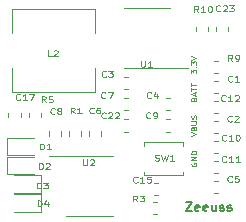
<source format=gbr>
%TF.GenerationSoftware,KiCad,Pcbnew,(5.1.6-0-10_14)*%
%TF.CreationDate,2020-10-30T22:45:03+08:00*%
%TF.ProjectId,Zeeuss,5a656575-7373-42e6-9b69-6361645f7063,rev?*%
%TF.SameCoordinates,Original*%
%TF.FileFunction,Legend,Top*%
%TF.FilePolarity,Positive*%
%FSLAX46Y46*%
G04 Gerber Fmt 4.6, Leading zero omitted, Abs format (unit mm)*
G04 Created by KiCad (PCBNEW (5.1.6-0-10_14)) date 2020-10-30 22:45:03*
%MOMM*%
%LPD*%
G01*
G04 APERTURE LIST*
%ADD10C,0.150000*%
%ADD11C,0.100000*%
%ADD12C,0.120000*%
G04 APERTURE END LIST*
D10*
X115388095Y-116716666D02*
X115921428Y-116716666D01*
X115388095Y-117416666D01*
X115921428Y-117416666D01*
X116530952Y-117383333D02*
X116454761Y-117416666D01*
X116302380Y-117416666D01*
X116226190Y-117383333D01*
X116188095Y-117316666D01*
X116188095Y-117050000D01*
X116226190Y-116983333D01*
X116302380Y-116950000D01*
X116454761Y-116950000D01*
X116530952Y-116983333D01*
X116569047Y-117050000D01*
X116569047Y-117116666D01*
X116188095Y-117183333D01*
X117216666Y-117383333D02*
X117140476Y-117416666D01*
X116988095Y-117416666D01*
X116911904Y-117383333D01*
X116873809Y-117316666D01*
X116873809Y-117050000D01*
X116911904Y-116983333D01*
X116988095Y-116950000D01*
X117140476Y-116950000D01*
X117216666Y-116983333D01*
X117254761Y-117050000D01*
X117254761Y-117116666D01*
X116873809Y-117183333D01*
X117940476Y-116950000D02*
X117940476Y-117416666D01*
X117597619Y-116950000D02*
X117597619Y-117316666D01*
X117635714Y-117383333D01*
X117711904Y-117416666D01*
X117826190Y-117416666D01*
X117902380Y-117383333D01*
X117940476Y-117350000D01*
X118283333Y-117383333D02*
X118359523Y-117416666D01*
X118511904Y-117416666D01*
X118588095Y-117383333D01*
X118626190Y-117316666D01*
X118626190Y-117283333D01*
X118588095Y-117216666D01*
X118511904Y-117183333D01*
X118397619Y-117183333D01*
X118321428Y-117150000D01*
X118283333Y-117083333D01*
X118283333Y-117050000D01*
X118321428Y-116983333D01*
X118397619Y-116950000D01*
X118511904Y-116950000D01*
X118588095Y-116983333D01*
X118930952Y-117383333D02*
X119007142Y-117416666D01*
X119159523Y-117416666D01*
X119235714Y-117383333D01*
X119273809Y-117316666D01*
X119273809Y-117283333D01*
X119235714Y-117216666D01*
X119159523Y-117183333D01*
X119045238Y-117183333D01*
X118969047Y-117150000D01*
X118930952Y-117083333D01*
X118930952Y-117050000D01*
X118969047Y-116983333D01*
X119045238Y-116950000D01*
X119159523Y-116950000D01*
X119235714Y-116983333D01*
D11*
X115900000Y-113380952D02*
X115880952Y-113428571D01*
X115880952Y-113500000D01*
X115900000Y-113571428D01*
X115938095Y-113619047D01*
X115976190Y-113642857D01*
X116052380Y-113666666D01*
X116109523Y-113666666D01*
X116185714Y-113642857D01*
X116223809Y-113619047D01*
X116261904Y-113571428D01*
X116280952Y-113500000D01*
X116280952Y-113452380D01*
X116261904Y-113380952D01*
X116242857Y-113357142D01*
X116109523Y-113357142D01*
X116109523Y-113452380D01*
X116280952Y-113142857D02*
X115880952Y-113142857D01*
X116280952Y-112857142D01*
X115880952Y-112857142D01*
X116280952Y-112619047D02*
X115880952Y-112619047D01*
X115880952Y-112500000D01*
X115900000Y-112428571D01*
X115938095Y-112380952D01*
X115976190Y-112357142D01*
X116052380Y-112333333D01*
X116109523Y-112333333D01*
X116185714Y-112357142D01*
X116223809Y-112380952D01*
X116261904Y-112428571D01*
X116280952Y-112500000D01*
X116280952Y-112619047D01*
X115880952Y-111116666D02*
X116280952Y-110950000D01*
X115880952Y-110783333D01*
X116071428Y-110450000D02*
X116090476Y-110378571D01*
X116109523Y-110354761D01*
X116147619Y-110330952D01*
X116204761Y-110330952D01*
X116242857Y-110354761D01*
X116261904Y-110378571D01*
X116280952Y-110426190D01*
X116280952Y-110616666D01*
X115880952Y-110616666D01*
X115880952Y-110450000D01*
X115900000Y-110402380D01*
X115919047Y-110378571D01*
X115957142Y-110354761D01*
X115995238Y-110354761D01*
X116033333Y-110378571D01*
X116052380Y-110402380D01*
X116071428Y-110450000D01*
X116071428Y-110616666D01*
X115880952Y-110116666D02*
X116204761Y-110116666D01*
X116242857Y-110092857D01*
X116261904Y-110069047D01*
X116280952Y-110021428D01*
X116280952Y-109926190D01*
X116261904Y-109878571D01*
X116242857Y-109854761D01*
X116204761Y-109830952D01*
X115880952Y-109830952D01*
X116261904Y-109616666D02*
X116280952Y-109545238D01*
X116280952Y-109426190D01*
X116261904Y-109378571D01*
X116242857Y-109354761D01*
X116204761Y-109330952D01*
X116166666Y-109330952D01*
X116128571Y-109354761D01*
X116109523Y-109378571D01*
X116090476Y-109426190D01*
X116071428Y-109521428D01*
X116052380Y-109569047D01*
X116033333Y-109592857D01*
X115995238Y-109616666D01*
X115957142Y-109616666D01*
X115919047Y-109592857D01*
X115900000Y-109569047D01*
X115880952Y-109521428D01*
X115880952Y-109402380D01*
X115900000Y-109330952D01*
X116071428Y-107959523D02*
X116090476Y-107888095D01*
X116109523Y-107864285D01*
X116147619Y-107840476D01*
X116204761Y-107840476D01*
X116242857Y-107864285D01*
X116261904Y-107888095D01*
X116280952Y-107935714D01*
X116280952Y-108126190D01*
X115880952Y-108126190D01*
X115880952Y-107959523D01*
X115900000Y-107911904D01*
X115919047Y-107888095D01*
X115957142Y-107864285D01*
X115995238Y-107864285D01*
X116033333Y-107888095D01*
X116052380Y-107911904D01*
X116071428Y-107959523D01*
X116071428Y-108126190D01*
X116166666Y-107650000D02*
X116166666Y-107411904D01*
X116280952Y-107697619D02*
X115880952Y-107530952D01*
X116280952Y-107364285D01*
X115880952Y-107269047D02*
X115880952Y-106983333D01*
X116280952Y-107126190D02*
X115880952Y-107126190D01*
X115880952Y-106888095D02*
X115880952Y-106602380D01*
X116280952Y-106745238D02*
X115880952Y-106745238D01*
X115880952Y-105788095D02*
X115880952Y-105478571D01*
X116033333Y-105645238D01*
X116033333Y-105573809D01*
X116052380Y-105526190D01*
X116071428Y-105502380D01*
X116109523Y-105478571D01*
X116204761Y-105478571D01*
X116242857Y-105502380D01*
X116261904Y-105526190D01*
X116280952Y-105573809D01*
X116280952Y-105716666D01*
X116261904Y-105764285D01*
X116242857Y-105788095D01*
X116242857Y-105264285D02*
X116261904Y-105240476D01*
X116280952Y-105264285D01*
X116261904Y-105288095D01*
X116242857Y-105264285D01*
X116280952Y-105264285D01*
X115880952Y-105073809D02*
X115880952Y-104764285D01*
X116033333Y-104930952D01*
X116033333Y-104859523D01*
X116052380Y-104811904D01*
X116071428Y-104788095D01*
X116109523Y-104764285D01*
X116204761Y-104764285D01*
X116242857Y-104788095D01*
X116261904Y-104811904D01*
X116280952Y-104859523D01*
X116280952Y-105002380D01*
X116261904Y-105050000D01*
X116242857Y-105073809D01*
X115880952Y-104621428D02*
X116280952Y-104454761D01*
X115880952Y-104288095D01*
D12*
%TO.C,C12*%
X117753733Y-109143332D02*
X118096267Y-109143332D01*
X117753733Y-108123332D02*
X118096267Y-108123332D01*
%TO.C,C11*%
X117753733Y-114218330D02*
X118096267Y-114218330D01*
X117753733Y-113198330D02*
X118096267Y-113198330D01*
%TO.C,C10*%
X117753733Y-112526664D02*
X118096267Y-112526664D01*
X117753733Y-111506664D02*
X118096267Y-111506664D01*
%TO.C,C5*%
X117753733Y-115910000D02*
X118096267Y-115910000D01*
X117753733Y-114890000D02*
X118096267Y-114890000D01*
%TO.C,C2*%
X117753733Y-110834998D02*
X118096267Y-110834998D01*
X117753733Y-109814998D02*
X118096267Y-109814998D01*
%TO.C,C1*%
X117753733Y-107451666D02*
X118096267Y-107451666D01*
X117753733Y-106431666D02*
X118096267Y-106431666D01*
%TO.C,U2*%
X107250000Y-112740000D02*
X103800000Y-112740000D01*
X107250000Y-112740000D02*
X109200000Y-112740000D01*
X107250000Y-117860000D02*
X105300000Y-117860000D01*
X107250000Y-117860000D02*
X109200000Y-117860000D01*
%TO.C,U1*%
X112100000Y-105360000D02*
X115550000Y-105360000D01*
X112100000Y-105360000D02*
X110150000Y-105360000D01*
X112100000Y-100240000D02*
X114050000Y-100240000D01*
X112100000Y-100240000D02*
X110150000Y-100240000D01*
%TO.C,SW1*%
X111900000Y-114400000D02*
X111900000Y-114100000D01*
X115200000Y-114400000D02*
X111900000Y-114400000D01*
X115200000Y-114100000D02*
X115200000Y-114400000D01*
X111900000Y-111600000D02*
X111900000Y-111900000D01*
X115200000Y-111600000D02*
X111900000Y-111600000D01*
X115200000Y-111900000D02*
X115200000Y-111600000D01*
%TO.C,R10*%
X116240000Y-101878733D02*
X116240000Y-102221267D01*
X117260000Y-101878733D02*
X117260000Y-102221267D01*
%TO.C,R9*%
X117753733Y-105760000D02*
X118096267Y-105760000D01*
X117753733Y-104740000D02*
X118096267Y-104740000D01*
%TO.C,R5*%
X102090000Y-109178733D02*
X102090000Y-109521267D01*
X103110000Y-109178733D02*
X103110000Y-109521267D01*
%TO.C,R3*%
X112653733Y-117710000D02*
X112996267Y-117710000D01*
X112653733Y-116690000D02*
X112996267Y-116690000D01*
%TO.C,R1*%
X106510000Y-111046267D02*
X106510000Y-110703733D01*
X105490000Y-111046267D02*
X105490000Y-110703733D01*
%TO.C,L2*%
X100650000Y-107400000D02*
X100650000Y-105350000D01*
X107750000Y-107400000D02*
X100650000Y-107400000D01*
X107750000Y-105350000D02*
X107750000Y-107400000D01*
X100650000Y-100300000D02*
X100650000Y-102350000D01*
X107750000Y-100300000D02*
X100650000Y-100300000D01*
X107750000Y-102350000D02*
X107750000Y-100300000D01*
%TO.C,D4*%
X103157500Y-116014999D02*
X100872500Y-116014999D01*
X103157500Y-117484999D02*
X103157500Y-116014999D01*
X100872500Y-117484999D02*
X103157500Y-117484999D01*
%TO.C,D3*%
X103157500Y-114431666D02*
X100872500Y-114431666D01*
X103157500Y-115901666D02*
X103157500Y-114431666D01*
X100872500Y-115901666D02*
X103157500Y-115901666D01*
%TO.C,D2*%
X100227500Y-114318333D02*
X102512500Y-114318333D01*
X100227500Y-112848333D02*
X100227500Y-114318333D01*
X102512500Y-112848333D02*
X100227500Y-112848333D01*
%TO.C,D1*%
X100227500Y-112735000D02*
X102512500Y-112735000D01*
X100227500Y-111265000D02*
X100227500Y-112735000D01*
X102512500Y-111265000D02*
X100227500Y-111265000D01*
%TO.C,C23*%
X117990000Y-101878733D02*
X117990000Y-102221267D01*
X119010000Y-101878733D02*
X119010000Y-102221267D01*
%TO.C,C22*%
X110546267Y-109690000D02*
X110203733Y-109690000D01*
X110546267Y-110710000D02*
X110203733Y-110710000D01*
%TO.C,C17*%
X100390000Y-109153733D02*
X100390000Y-109496267D01*
X101410000Y-109153733D02*
X101410000Y-109496267D01*
%TO.C,C15*%
X112678733Y-116060000D02*
X113021267Y-116060000D01*
X112678733Y-115040000D02*
X113021267Y-115040000D01*
%TO.C,C9*%
X113703733Y-110710000D02*
X114046267Y-110710000D01*
X113703733Y-109690000D02*
X114046267Y-109690000D01*
%TO.C,C8*%
X104810000Y-111046267D02*
X104810000Y-110703733D01*
X103790000Y-111046267D02*
X103790000Y-110703733D01*
%TO.C,C7*%
X110546267Y-107902500D02*
X110203733Y-107902500D01*
X110546267Y-108922500D02*
X110203733Y-108922500D01*
%TO.C,C6*%
X107190000Y-110703733D02*
X107190000Y-111046267D01*
X108210000Y-110703733D02*
X108210000Y-111046267D01*
%TO.C,C4*%
X113703733Y-108922500D02*
X114046267Y-108922500D01*
X113703733Y-107902500D02*
X114046267Y-107902500D01*
%TO.C,C3*%
X110546267Y-106115000D02*
X110203733Y-106115000D01*
X110546267Y-107135000D02*
X110203733Y-107135000D01*
%TO.C,C12*%
D11*
X118764285Y-108078571D02*
X118735714Y-108102380D01*
X118650000Y-108126190D01*
X118592857Y-108126190D01*
X118507142Y-108102380D01*
X118450000Y-108054761D01*
X118421428Y-108007142D01*
X118392857Y-107911904D01*
X118392857Y-107840476D01*
X118421428Y-107745238D01*
X118450000Y-107697619D01*
X118507142Y-107650000D01*
X118592857Y-107626190D01*
X118650000Y-107626190D01*
X118735714Y-107650000D01*
X118764285Y-107673809D01*
X119335714Y-108126190D02*
X118992857Y-108126190D01*
X119164285Y-108126190D02*
X119164285Y-107626190D01*
X119107142Y-107697619D01*
X119050000Y-107745238D01*
X118992857Y-107769047D01*
X119564285Y-107673809D02*
X119592857Y-107650000D01*
X119650000Y-107626190D01*
X119792857Y-107626190D01*
X119850000Y-107650000D01*
X119878571Y-107673809D01*
X119907142Y-107721428D01*
X119907142Y-107769047D01*
X119878571Y-107840476D01*
X119535714Y-108126190D01*
X119907142Y-108126190D01*
%TO.C,C11*%
X118814285Y-113228571D02*
X118785714Y-113252380D01*
X118700000Y-113276190D01*
X118642857Y-113276190D01*
X118557142Y-113252380D01*
X118500000Y-113204761D01*
X118471428Y-113157142D01*
X118442857Y-113061904D01*
X118442857Y-112990476D01*
X118471428Y-112895238D01*
X118500000Y-112847619D01*
X118557142Y-112800000D01*
X118642857Y-112776190D01*
X118700000Y-112776190D01*
X118785714Y-112800000D01*
X118814285Y-112823809D01*
X119385714Y-113276190D02*
X119042857Y-113276190D01*
X119214285Y-113276190D02*
X119214285Y-112776190D01*
X119157142Y-112847619D01*
X119100000Y-112895238D01*
X119042857Y-112919047D01*
X119957142Y-113276190D02*
X119614285Y-113276190D01*
X119785714Y-113276190D02*
X119785714Y-112776190D01*
X119728571Y-112847619D01*
X119671428Y-112895238D01*
X119614285Y-112919047D01*
%TO.C,C10*%
X118814285Y-111428571D02*
X118785714Y-111452380D01*
X118700000Y-111476190D01*
X118642857Y-111476190D01*
X118557142Y-111452380D01*
X118500000Y-111404761D01*
X118471428Y-111357142D01*
X118442857Y-111261904D01*
X118442857Y-111190476D01*
X118471428Y-111095238D01*
X118500000Y-111047619D01*
X118557142Y-111000000D01*
X118642857Y-110976190D01*
X118700000Y-110976190D01*
X118785714Y-111000000D01*
X118814285Y-111023809D01*
X119385714Y-111476190D02*
X119042857Y-111476190D01*
X119214285Y-111476190D02*
X119214285Y-110976190D01*
X119157142Y-111047619D01*
X119100000Y-111095238D01*
X119042857Y-111119047D01*
X119757142Y-110976190D02*
X119814285Y-110976190D01*
X119871428Y-111000000D01*
X119900000Y-111023809D01*
X119928571Y-111071428D01*
X119957142Y-111166666D01*
X119957142Y-111285714D01*
X119928571Y-111380952D01*
X119900000Y-111428571D01*
X119871428Y-111452380D01*
X119814285Y-111476190D01*
X119757142Y-111476190D01*
X119700000Y-111452380D01*
X119671428Y-111428571D01*
X119642857Y-111380952D01*
X119614285Y-111285714D01*
X119614285Y-111166666D01*
X119642857Y-111071428D01*
X119671428Y-111023809D01*
X119700000Y-111000000D01*
X119757142Y-110976190D01*
%TO.C,C5*%
X119300000Y-114928571D02*
X119271428Y-114952380D01*
X119185714Y-114976190D01*
X119128571Y-114976190D01*
X119042857Y-114952380D01*
X118985714Y-114904761D01*
X118957142Y-114857142D01*
X118928571Y-114761904D01*
X118928571Y-114690476D01*
X118957142Y-114595238D01*
X118985714Y-114547619D01*
X119042857Y-114500000D01*
X119128571Y-114476190D01*
X119185714Y-114476190D01*
X119271428Y-114500000D01*
X119300000Y-114523809D01*
X119842857Y-114476190D02*
X119557142Y-114476190D01*
X119528571Y-114714285D01*
X119557142Y-114690476D01*
X119614285Y-114666666D01*
X119757142Y-114666666D01*
X119814285Y-114690476D01*
X119842857Y-114714285D01*
X119871428Y-114761904D01*
X119871428Y-114880952D01*
X119842857Y-114928571D01*
X119814285Y-114952380D01*
X119757142Y-114976190D01*
X119614285Y-114976190D01*
X119557142Y-114952380D01*
X119528571Y-114928571D01*
%TO.C,C2*%
X119300000Y-109828571D02*
X119271428Y-109852380D01*
X119185714Y-109876190D01*
X119128571Y-109876190D01*
X119042857Y-109852380D01*
X118985714Y-109804761D01*
X118957142Y-109757142D01*
X118928571Y-109661904D01*
X118928571Y-109590476D01*
X118957142Y-109495238D01*
X118985714Y-109447619D01*
X119042857Y-109400000D01*
X119128571Y-109376190D01*
X119185714Y-109376190D01*
X119271428Y-109400000D01*
X119300000Y-109423809D01*
X119528571Y-109423809D02*
X119557142Y-109400000D01*
X119614285Y-109376190D01*
X119757142Y-109376190D01*
X119814285Y-109400000D01*
X119842857Y-109423809D01*
X119871428Y-109471428D01*
X119871428Y-109519047D01*
X119842857Y-109590476D01*
X119500000Y-109876190D01*
X119871428Y-109876190D01*
%TO.C,C1*%
X119350000Y-106428571D02*
X119321428Y-106452380D01*
X119235714Y-106476190D01*
X119178571Y-106476190D01*
X119092857Y-106452380D01*
X119035714Y-106404761D01*
X119007142Y-106357142D01*
X118978571Y-106261904D01*
X118978571Y-106190476D01*
X119007142Y-106095238D01*
X119035714Y-106047619D01*
X119092857Y-106000000D01*
X119178571Y-105976190D01*
X119235714Y-105976190D01*
X119321428Y-106000000D01*
X119350000Y-106023809D01*
X119921428Y-106476190D02*
X119578571Y-106476190D01*
X119750000Y-106476190D02*
X119750000Y-105976190D01*
X119692857Y-106047619D01*
X119635714Y-106095238D01*
X119578571Y-106119047D01*
%TO.C,U2*%
X106692857Y-113076190D02*
X106692857Y-113480952D01*
X106721428Y-113528571D01*
X106750000Y-113552380D01*
X106807142Y-113576190D01*
X106921428Y-113576190D01*
X106978571Y-113552380D01*
X107007142Y-113528571D01*
X107035714Y-113480952D01*
X107035714Y-113076190D01*
X107292857Y-113123809D02*
X107321428Y-113100000D01*
X107378571Y-113076190D01*
X107521428Y-113076190D01*
X107578571Y-113100000D01*
X107607142Y-113123809D01*
X107635714Y-113171428D01*
X107635714Y-113219047D01*
X107607142Y-113290476D01*
X107264285Y-113576190D01*
X107635714Y-113576190D01*
%TO.C,U1*%
X111592857Y-104726190D02*
X111592857Y-105130952D01*
X111621428Y-105178571D01*
X111650000Y-105202380D01*
X111707142Y-105226190D01*
X111821428Y-105226190D01*
X111878571Y-105202380D01*
X111907142Y-105178571D01*
X111935714Y-105130952D01*
X111935714Y-104726190D01*
X112535714Y-105226190D02*
X112192857Y-105226190D01*
X112364285Y-105226190D02*
X112364285Y-104726190D01*
X112307142Y-104797619D01*
X112250000Y-104845238D01*
X112192857Y-104869047D01*
%TO.C,SW1*%
X112800000Y-113152380D02*
X112885714Y-113176190D01*
X113028571Y-113176190D01*
X113085714Y-113152380D01*
X113114285Y-113128571D01*
X113142857Y-113080952D01*
X113142857Y-113033333D01*
X113114285Y-112985714D01*
X113085714Y-112961904D01*
X113028571Y-112938095D01*
X112914285Y-112914285D01*
X112857142Y-112890476D01*
X112828571Y-112866666D01*
X112800000Y-112819047D01*
X112800000Y-112771428D01*
X112828571Y-112723809D01*
X112857142Y-112700000D01*
X112914285Y-112676190D01*
X113057142Y-112676190D01*
X113142857Y-112700000D01*
X113342857Y-112676190D02*
X113485714Y-113176190D01*
X113600000Y-112819047D01*
X113714285Y-113176190D01*
X113857142Y-112676190D01*
X114400000Y-113176190D02*
X114057142Y-113176190D01*
X114228571Y-113176190D02*
X114228571Y-112676190D01*
X114171428Y-112747619D01*
X114114285Y-112795238D01*
X114057142Y-112819047D01*
%TO.C,R10*%
X116464285Y-100576190D02*
X116264285Y-100338095D01*
X116121428Y-100576190D02*
X116121428Y-100076190D01*
X116350000Y-100076190D01*
X116407142Y-100100000D01*
X116435714Y-100123809D01*
X116464285Y-100171428D01*
X116464285Y-100242857D01*
X116435714Y-100290476D01*
X116407142Y-100314285D01*
X116350000Y-100338095D01*
X116121428Y-100338095D01*
X117035714Y-100576190D02*
X116692857Y-100576190D01*
X116864285Y-100576190D02*
X116864285Y-100076190D01*
X116807142Y-100147619D01*
X116750000Y-100195238D01*
X116692857Y-100219047D01*
X117407142Y-100076190D02*
X117464285Y-100076190D01*
X117521428Y-100100000D01*
X117550000Y-100123809D01*
X117578571Y-100171428D01*
X117607142Y-100266666D01*
X117607142Y-100385714D01*
X117578571Y-100480952D01*
X117550000Y-100528571D01*
X117521428Y-100552380D01*
X117464285Y-100576190D01*
X117407142Y-100576190D01*
X117350000Y-100552380D01*
X117321428Y-100528571D01*
X117292857Y-100480952D01*
X117264285Y-100385714D01*
X117264285Y-100266666D01*
X117292857Y-100171428D01*
X117321428Y-100123809D01*
X117350000Y-100100000D01*
X117407142Y-100076190D01*
%TO.C,R9*%
X119350000Y-104726190D02*
X119150000Y-104488095D01*
X119007142Y-104726190D02*
X119007142Y-104226190D01*
X119235714Y-104226190D01*
X119292857Y-104250000D01*
X119321428Y-104273809D01*
X119350000Y-104321428D01*
X119350000Y-104392857D01*
X119321428Y-104440476D01*
X119292857Y-104464285D01*
X119235714Y-104488095D01*
X119007142Y-104488095D01*
X119635714Y-104726190D02*
X119750000Y-104726190D01*
X119807142Y-104702380D01*
X119835714Y-104678571D01*
X119892857Y-104607142D01*
X119921428Y-104511904D01*
X119921428Y-104321428D01*
X119892857Y-104273809D01*
X119864285Y-104250000D01*
X119807142Y-104226190D01*
X119692857Y-104226190D01*
X119635714Y-104250000D01*
X119607142Y-104273809D01*
X119578571Y-104321428D01*
X119578571Y-104440476D01*
X119607142Y-104488095D01*
X119635714Y-104511904D01*
X119692857Y-104535714D01*
X119807142Y-104535714D01*
X119864285Y-104511904D01*
X119892857Y-104488095D01*
X119921428Y-104440476D01*
%TO.C,R5*%
X103550000Y-108226190D02*
X103350000Y-107988095D01*
X103207142Y-108226190D02*
X103207142Y-107726190D01*
X103435714Y-107726190D01*
X103492857Y-107750000D01*
X103521428Y-107773809D01*
X103550000Y-107821428D01*
X103550000Y-107892857D01*
X103521428Y-107940476D01*
X103492857Y-107964285D01*
X103435714Y-107988095D01*
X103207142Y-107988095D01*
X104092857Y-107726190D02*
X103807142Y-107726190D01*
X103778571Y-107964285D01*
X103807142Y-107940476D01*
X103864285Y-107916666D01*
X104007142Y-107916666D01*
X104064285Y-107940476D01*
X104092857Y-107964285D01*
X104121428Y-108011904D01*
X104121428Y-108130952D01*
X104092857Y-108178571D01*
X104064285Y-108202380D01*
X104007142Y-108226190D01*
X103864285Y-108226190D01*
X103807142Y-108202380D01*
X103778571Y-108178571D01*
%TO.C,R3*%
X111300000Y-116626190D02*
X111100000Y-116388095D01*
X110957142Y-116626190D02*
X110957142Y-116126190D01*
X111185714Y-116126190D01*
X111242857Y-116150000D01*
X111271428Y-116173809D01*
X111300000Y-116221428D01*
X111300000Y-116292857D01*
X111271428Y-116340476D01*
X111242857Y-116364285D01*
X111185714Y-116388095D01*
X110957142Y-116388095D01*
X111500000Y-116126190D02*
X111871428Y-116126190D01*
X111671428Y-116316666D01*
X111757142Y-116316666D01*
X111814285Y-116340476D01*
X111842857Y-116364285D01*
X111871428Y-116411904D01*
X111871428Y-116530952D01*
X111842857Y-116578571D01*
X111814285Y-116602380D01*
X111757142Y-116626190D01*
X111585714Y-116626190D01*
X111528571Y-116602380D01*
X111500000Y-116578571D01*
%TO.C,R1*%
X106000000Y-109176190D02*
X105800000Y-108938095D01*
X105657142Y-109176190D02*
X105657142Y-108676190D01*
X105885714Y-108676190D01*
X105942857Y-108700000D01*
X105971428Y-108723809D01*
X106000000Y-108771428D01*
X106000000Y-108842857D01*
X105971428Y-108890476D01*
X105942857Y-108914285D01*
X105885714Y-108938095D01*
X105657142Y-108938095D01*
X106571428Y-109176190D02*
X106228571Y-109176190D01*
X106400000Y-109176190D02*
X106400000Y-108676190D01*
X106342857Y-108747619D01*
X106285714Y-108795238D01*
X106228571Y-108819047D01*
%TO.C,L2*%
X104050000Y-104326190D02*
X103764285Y-104326190D01*
X103764285Y-103826190D01*
X104221428Y-103873809D02*
X104250000Y-103850000D01*
X104307142Y-103826190D01*
X104450000Y-103826190D01*
X104507142Y-103850000D01*
X104535714Y-103873809D01*
X104564285Y-103921428D01*
X104564285Y-103969047D01*
X104535714Y-104040476D01*
X104192857Y-104326190D01*
X104564285Y-104326190D01*
%TO.C,D4*%
X102857142Y-117026190D02*
X102857142Y-116526190D01*
X103000000Y-116526190D01*
X103085714Y-116550000D01*
X103142857Y-116597619D01*
X103171428Y-116645238D01*
X103200000Y-116740476D01*
X103200000Y-116811904D01*
X103171428Y-116907142D01*
X103142857Y-116954761D01*
X103085714Y-117002380D01*
X103000000Y-117026190D01*
X102857142Y-117026190D01*
X103714285Y-116692857D02*
X103714285Y-117026190D01*
X103571428Y-116502380D02*
X103428571Y-116859523D01*
X103800000Y-116859523D01*
%TO.C,D3*%
X102807142Y-115526190D02*
X102807142Y-115026190D01*
X102950000Y-115026190D01*
X103035714Y-115050000D01*
X103092857Y-115097619D01*
X103121428Y-115145238D01*
X103150000Y-115240476D01*
X103150000Y-115311904D01*
X103121428Y-115407142D01*
X103092857Y-115454761D01*
X103035714Y-115502380D01*
X102950000Y-115526190D01*
X102807142Y-115526190D01*
X103350000Y-115026190D02*
X103721428Y-115026190D01*
X103521428Y-115216666D01*
X103607142Y-115216666D01*
X103664285Y-115240476D01*
X103692857Y-115264285D01*
X103721428Y-115311904D01*
X103721428Y-115430952D01*
X103692857Y-115478571D01*
X103664285Y-115502380D01*
X103607142Y-115526190D01*
X103435714Y-115526190D01*
X103378571Y-115502380D01*
X103350000Y-115478571D01*
%TO.C,D2*%
X102957142Y-113876190D02*
X102957142Y-113376190D01*
X103100000Y-113376190D01*
X103185714Y-113400000D01*
X103242857Y-113447619D01*
X103271428Y-113495238D01*
X103300000Y-113590476D01*
X103300000Y-113661904D01*
X103271428Y-113757142D01*
X103242857Y-113804761D01*
X103185714Y-113852380D01*
X103100000Y-113876190D01*
X102957142Y-113876190D01*
X103528571Y-113423809D02*
X103557142Y-113400000D01*
X103614285Y-113376190D01*
X103757142Y-113376190D01*
X103814285Y-113400000D01*
X103842857Y-113423809D01*
X103871428Y-113471428D01*
X103871428Y-113519047D01*
X103842857Y-113590476D01*
X103500000Y-113876190D01*
X103871428Y-113876190D01*
%TO.C,D1*%
X103057142Y-112226190D02*
X103057142Y-111726190D01*
X103200000Y-111726190D01*
X103285714Y-111750000D01*
X103342857Y-111797619D01*
X103371428Y-111845238D01*
X103400000Y-111940476D01*
X103400000Y-112011904D01*
X103371428Y-112107142D01*
X103342857Y-112154761D01*
X103285714Y-112202380D01*
X103200000Y-112226190D01*
X103057142Y-112226190D01*
X103971428Y-112226190D02*
X103628571Y-112226190D01*
X103800000Y-112226190D02*
X103800000Y-111726190D01*
X103742857Y-111797619D01*
X103685714Y-111845238D01*
X103628571Y-111869047D01*
%TO.C,C23*%
X118314285Y-100478571D02*
X118285714Y-100502380D01*
X118200000Y-100526190D01*
X118142857Y-100526190D01*
X118057142Y-100502380D01*
X118000000Y-100454761D01*
X117971428Y-100407142D01*
X117942857Y-100311904D01*
X117942857Y-100240476D01*
X117971428Y-100145238D01*
X118000000Y-100097619D01*
X118057142Y-100050000D01*
X118142857Y-100026190D01*
X118200000Y-100026190D01*
X118285714Y-100050000D01*
X118314285Y-100073809D01*
X118542857Y-100073809D02*
X118571428Y-100050000D01*
X118628571Y-100026190D01*
X118771428Y-100026190D01*
X118828571Y-100050000D01*
X118857142Y-100073809D01*
X118885714Y-100121428D01*
X118885714Y-100169047D01*
X118857142Y-100240476D01*
X118514285Y-100526190D01*
X118885714Y-100526190D01*
X119085714Y-100026190D02*
X119457142Y-100026190D01*
X119257142Y-100216666D01*
X119342857Y-100216666D01*
X119400000Y-100240476D01*
X119428571Y-100264285D01*
X119457142Y-100311904D01*
X119457142Y-100430952D01*
X119428571Y-100478571D01*
X119400000Y-100502380D01*
X119342857Y-100526190D01*
X119171428Y-100526190D01*
X119114285Y-100502380D01*
X119085714Y-100478571D01*
%TO.C,C22*%
X108614285Y-109528571D02*
X108585714Y-109552380D01*
X108500000Y-109576190D01*
X108442857Y-109576190D01*
X108357142Y-109552380D01*
X108300000Y-109504761D01*
X108271428Y-109457142D01*
X108242857Y-109361904D01*
X108242857Y-109290476D01*
X108271428Y-109195238D01*
X108300000Y-109147619D01*
X108357142Y-109100000D01*
X108442857Y-109076190D01*
X108500000Y-109076190D01*
X108585714Y-109100000D01*
X108614285Y-109123809D01*
X108842857Y-109123809D02*
X108871428Y-109100000D01*
X108928571Y-109076190D01*
X109071428Y-109076190D01*
X109128571Y-109100000D01*
X109157142Y-109123809D01*
X109185714Y-109171428D01*
X109185714Y-109219047D01*
X109157142Y-109290476D01*
X108814285Y-109576190D01*
X109185714Y-109576190D01*
X109414285Y-109123809D02*
X109442857Y-109100000D01*
X109500000Y-109076190D01*
X109642857Y-109076190D01*
X109700000Y-109100000D01*
X109728571Y-109123809D01*
X109757142Y-109171428D01*
X109757142Y-109219047D01*
X109728571Y-109290476D01*
X109385714Y-109576190D01*
X109757142Y-109576190D01*
%TO.C,C17*%
X101364285Y-107978571D02*
X101335714Y-108002380D01*
X101250000Y-108026190D01*
X101192857Y-108026190D01*
X101107142Y-108002380D01*
X101050000Y-107954761D01*
X101021428Y-107907142D01*
X100992857Y-107811904D01*
X100992857Y-107740476D01*
X101021428Y-107645238D01*
X101050000Y-107597619D01*
X101107142Y-107550000D01*
X101192857Y-107526190D01*
X101250000Y-107526190D01*
X101335714Y-107550000D01*
X101364285Y-107573809D01*
X101935714Y-108026190D02*
X101592857Y-108026190D01*
X101764285Y-108026190D02*
X101764285Y-107526190D01*
X101707142Y-107597619D01*
X101650000Y-107645238D01*
X101592857Y-107669047D01*
X102135714Y-107526190D02*
X102535714Y-107526190D01*
X102278571Y-108026190D01*
%TO.C,C15*%
X111314285Y-114978571D02*
X111285714Y-115002380D01*
X111200000Y-115026190D01*
X111142857Y-115026190D01*
X111057142Y-115002380D01*
X111000000Y-114954761D01*
X110971428Y-114907142D01*
X110942857Y-114811904D01*
X110942857Y-114740476D01*
X110971428Y-114645238D01*
X111000000Y-114597619D01*
X111057142Y-114550000D01*
X111142857Y-114526190D01*
X111200000Y-114526190D01*
X111285714Y-114550000D01*
X111314285Y-114573809D01*
X111885714Y-115026190D02*
X111542857Y-115026190D01*
X111714285Y-115026190D02*
X111714285Y-114526190D01*
X111657142Y-114597619D01*
X111600000Y-114645238D01*
X111542857Y-114669047D01*
X112428571Y-114526190D02*
X112142857Y-114526190D01*
X112114285Y-114764285D01*
X112142857Y-114740476D01*
X112200000Y-114716666D01*
X112342857Y-114716666D01*
X112400000Y-114740476D01*
X112428571Y-114764285D01*
X112457142Y-114811904D01*
X112457142Y-114930952D01*
X112428571Y-114978571D01*
X112400000Y-115002380D01*
X112342857Y-115026190D01*
X112200000Y-115026190D01*
X112142857Y-115002380D01*
X112114285Y-114978571D01*
%TO.C,C9*%
X112400000Y-109528571D02*
X112371428Y-109552380D01*
X112285714Y-109576190D01*
X112228571Y-109576190D01*
X112142857Y-109552380D01*
X112085714Y-109504761D01*
X112057142Y-109457142D01*
X112028571Y-109361904D01*
X112028571Y-109290476D01*
X112057142Y-109195238D01*
X112085714Y-109147619D01*
X112142857Y-109100000D01*
X112228571Y-109076190D01*
X112285714Y-109076190D01*
X112371428Y-109100000D01*
X112400000Y-109123809D01*
X112685714Y-109576190D02*
X112800000Y-109576190D01*
X112857142Y-109552380D01*
X112885714Y-109528571D01*
X112942857Y-109457142D01*
X112971428Y-109361904D01*
X112971428Y-109171428D01*
X112942857Y-109123809D01*
X112914285Y-109100000D01*
X112857142Y-109076190D01*
X112742857Y-109076190D01*
X112685714Y-109100000D01*
X112657142Y-109123809D01*
X112628571Y-109171428D01*
X112628571Y-109290476D01*
X112657142Y-109338095D01*
X112685714Y-109361904D01*
X112742857Y-109385714D01*
X112857142Y-109385714D01*
X112914285Y-109361904D01*
X112942857Y-109338095D01*
X112971428Y-109290476D01*
%TO.C,C8*%
X104300000Y-109178571D02*
X104271428Y-109202380D01*
X104185714Y-109226190D01*
X104128571Y-109226190D01*
X104042857Y-109202380D01*
X103985714Y-109154761D01*
X103957142Y-109107142D01*
X103928571Y-109011904D01*
X103928571Y-108940476D01*
X103957142Y-108845238D01*
X103985714Y-108797619D01*
X104042857Y-108750000D01*
X104128571Y-108726190D01*
X104185714Y-108726190D01*
X104271428Y-108750000D01*
X104300000Y-108773809D01*
X104642857Y-108940476D02*
X104585714Y-108916666D01*
X104557142Y-108892857D01*
X104528571Y-108845238D01*
X104528571Y-108821428D01*
X104557142Y-108773809D01*
X104585714Y-108750000D01*
X104642857Y-108726190D01*
X104757142Y-108726190D01*
X104814285Y-108750000D01*
X104842857Y-108773809D01*
X104871428Y-108821428D01*
X104871428Y-108845238D01*
X104842857Y-108892857D01*
X104814285Y-108916666D01*
X104757142Y-108940476D01*
X104642857Y-108940476D01*
X104585714Y-108964285D01*
X104557142Y-108988095D01*
X104528571Y-109035714D01*
X104528571Y-109130952D01*
X104557142Y-109178571D01*
X104585714Y-109202380D01*
X104642857Y-109226190D01*
X104757142Y-109226190D01*
X104814285Y-109202380D01*
X104842857Y-109178571D01*
X104871428Y-109130952D01*
X104871428Y-109035714D01*
X104842857Y-108988095D01*
X104814285Y-108964285D01*
X104757142Y-108940476D01*
%TO.C,C7*%
X108600000Y-107828571D02*
X108571428Y-107852380D01*
X108485714Y-107876190D01*
X108428571Y-107876190D01*
X108342857Y-107852380D01*
X108285714Y-107804761D01*
X108257142Y-107757142D01*
X108228571Y-107661904D01*
X108228571Y-107590476D01*
X108257142Y-107495238D01*
X108285714Y-107447619D01*
X108342857Y-107400000D01*
X108428571Y-107376190D01*
X108485714Y-107376190D01*
X108571428Y-107400000D01*
X108600000Y-107423809D01*
X108800000Y-107376190D02*
X109200000Y-107376190D01*
X108942857Y-107876190D01*
%TO.C,C6*%
X107600000Y-109128571D02*
X107571428Y-109152380D01*
X107485714Y-109176190D01*
X107428571Y-109176190D01*
X107342857Y-109152380D01*
X107285714Y-109104761D01*
X107257142Y-109057142D01*
X107228571Y-108961904D01*
X107228571Y-108890476D01*
X107257142Y-108795238D01*
X107285714Y-108747619D01*
X107342857Y-108700000D01*
X107428571Y-108676190D01*
X107485714Y-108676190D01*
X107571428Y-108700000D01*
X107600000Y-108723809D01*
X108114285Y-108676190D02*
X108000000Y-108676190D01*
X107942857Y-108700000D01*
X107914285Y-108723809D01*
X107857142Y-108795238D01*
X107828571Y-108890476D01*
X107828571Y-109080952D01*
X107857142Y-109128571D01*
X107885714Y-109152380D01*
X107942857Y-109176190D01*
X108057142Y-109176190D01*
X108114285Y-109152380D01*
X108142857Y-109128571D01*
X108171428Y-109080952D01*
X108171428Y-108961904D01*
X108142857Y-108914285D01*
X108114285Y-108890476D01*
X108057142Y-108866666D01*
X107942857Y-108866666D01*
X107885714Y-108890476D01*
X107857142Y-108914285D01*
X107828571Y-108961904D01*
%TO.C,C4*%
X112450000Y-107828571D02*
X112421428Y-107852380D01*
X112335714Y-107876190D01*
X112278571Y-107876190D01*
X112192857Y-107852380D01*
X112135714Y-107804761D01*
X112107142Y-107757142D01*
X112078571Y-107661904D01*
X112078571Y-107590476D01*
X112107142Y-107495238D01*
X112135714Y-107447619D01*
X112192857Y-107400000D01*
X112278571Y-107376190D01*
X112335714Y-107376190D01*
X112421428Y-107400000D01*
X112450000Y-107423809D01*
X112964285Y-107542857D02*
X112964285Y-107876190D01*
X112821428Y-107352380D02*
X112678571Y-107709523D01*
X113050000Y-107709523D01*
%TO.C,C3*%
X108650000Y-106028571D02*
X108621428Y-106052380D01*
X108535714Y-106076190D01*
X108478571Y-106076190D01*
X108392857Y-106052380D01*
X108335714Y-106004761D01*
X108307142Y-105957142D01*
X108278571Y-105861904D01*
X108278571Y-105790476D01*
X108307142Y-105695238D01*
X108335714Y-105647619D01*
X108392857Y-105600000D01*
X108478571Y-105576190D01*
X108535714Y-105576190D01*
X108621428Y-105600000D01*
X108650000Y-105623809D01*
X108850000Y-105576190D02*
X109221428Y-105576190D01*
X109021428Y-105766666D01*
X109107142Y-105766666D01*
X109164285Y-105790476D01*
X109192857Y-105814285D01*
X109221428Y-105861904D01*
X109221428Y-105980952D01*
X109192857Y-106028571D01*
X109164285Y-106052380D01*
X109107142Y-106076190D01*
X108935714Y-106076190D01*
X108878571Y-106052380D01*
X108850000Y-106028571D01*
%TD*%
M02*

</source>
